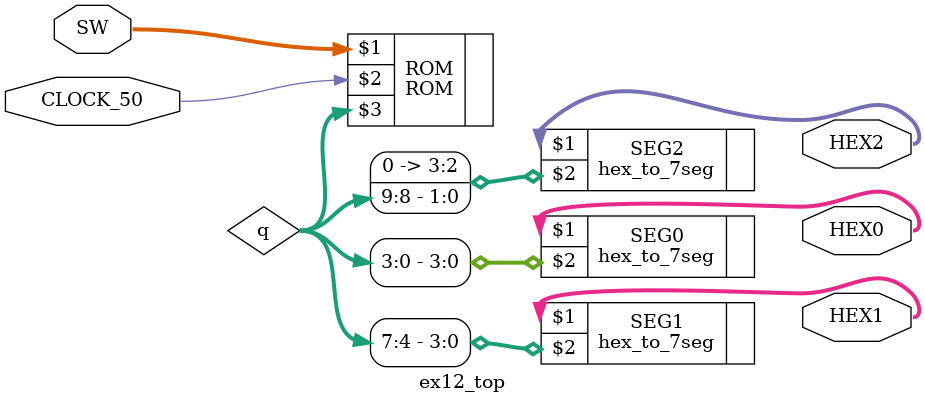
<source format=v>
module ex12_top(
	SW,
	CLOCK_50,
	HEX0,
	HEX1,
	HEX2
);

	input [9:0] SW;
	input CLOCK_50;
	
	wire [9:0] q;
	
	output [6:0] HEX0;
	output [6:0] HEX1;
	output [6:0] HEX2;
	
	ROM		ROM(SW[9:0], CLOCK_50, q[9:0]);
	hex_to_7seg SEG0(HEX0, q[3:0]);
	hex_to_7seg SEG1(HEX1, q[7:4]);
	hex_to_7seg SEG2(HEX2, {2'b00, q[9:8]});
	
endmodule 
</source>
